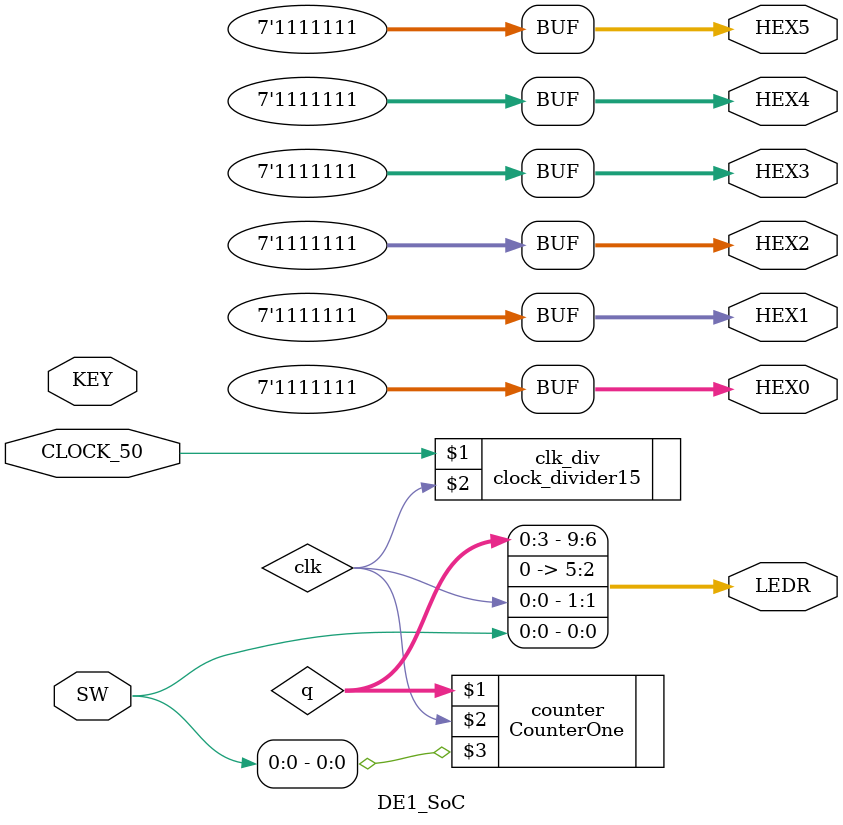
<source format=sv>

module DE1_SoC (HEX0, HEX1, HEX2, HEX3, HEX4, HEX5, KEY, LEDR, SW, CLOCK_50);
 output [6:0] HEX0, HEX1, HEX2, HEX3, HEX4, HEX5;
 output [9:0] LEDR;
 input [3:0] KEY;
 input [9:0] SW;
 input CLOCK_50; // 50MHz clock.

 // Default values, turns off the HEX displays
 assign HEX0 = 7'b1111111;
 assign HEX1 = 7'b1111111;
 assign HEX2 = 7'b1111111;
 assign HEX3 = 7'b1111111;
 assign HEX4 = 7'b1111111;
 assign HEX5 = 7'b1111111;

 wire clk;
 clock_divider15 clk_div (CLOCK_50, clk);
 
 wire [0:3] q;
 CounterOne counter(q, clk, SW[0]);
 
 assign LEDR = {q, 4'b0000, clk, SW[0]};
 
endmodule

</source>
